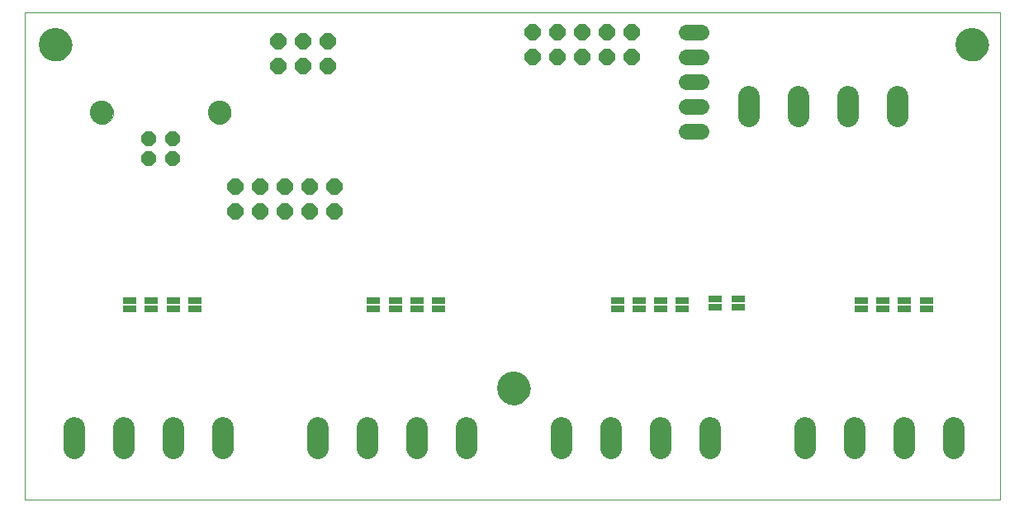
<source format=gbs>
G75*
G70*
%OFA0B0*%
%FSLAX24Y24*%
%IPPOS*%
%LPD*%
%AMOC8*
5,1,8,0,0,1.08239X$1,22.5*
%
%ADD10C,0.0000*%
%ADD11C,0.1340*%
%ADD12R,0.0540X0.0290*%
%ADD13C,0.0865*%
%ADD14OC8,0.0601*%
%ADD15C,0.0946*%
%ADD16C,0.0640*%
%ADD17OC8,0.0640*%
D10*
X002640Y008640D02*
X002640Y028325D01*
X042010Y028325D01*
X042010Y008640D01*
X002640Y008640D01*
X021740Y013140D02*
X021742Y013190D01*
X021748Y013240D01*
X021758Y013290D01*
X021771Y013338D01*
X021788Y013386D01*
X021809Y013432D01*
X021833Y013476D01*
X021861Y013518D01*
X021892Y013558D01*
X021926Y013595D01*
X021963Y013630D01*
X022002Y013661D01*
X022043Y013690D01*
X022087Y013715D01*
X022133Y013737D01*
X022180Y013755D01*
X022228Y013769D01*
X022277Y013780D01*
X022327Y013787D01*
X022377Y013790D01*
X022428Y013789D01*
X022478Y013784D01*
X022528Y013775D01*
X022576Y013763D01*
X022624Y013746D01*
X022670Y013726D01*
X022715Y013703D01*
X022758Y013676D01*
X022798Y013646D01*
X022836Y013613D01*
X022871Y013577D01*
X022904Y013538D01*
X022933Y013497D01*
X022959Y013454D01*
X022982Y013409D01*
X023001Y013362D01*
X023016Y013314D01*
X023028Y013265D01*
X023036Y013215D01*
X023040Y013165D01*
X023040Y013115D01*
X023036Y013065D01*
X023028Y013015D01*
X023016Y012966D01*
X023001Y012918D01*
X022982Y012871D01*
X022959Y012826D01*
X022933Y012783D01*
X022904Y012742D01*
X022871Y012703D01*
X022836Y012667D01*
X022798Y012634D01*
X022758Y012604D01*
X022715Y012577D01*
X022670Y012554D01*
X022624Y012534D01*
X022576Y012517D01*
X022528Y012505D01*
X022478Y012496D01*
X022428Y012491D01*
X022377Y012490D01*
X022327Y012493D01*
X022277Y012500D01*
X022228Y012511D01*
X022180Y012525D01*
X022133Y012543D01*
X022087Y012565D01*
X022043Y012590D01*
X022002Y012619D01*
X021963Y012650D01*
X021926Y012685D01*
X021892Y012722D01*
X021861Y012762D01*
X021833Y012804D01*
X021809Y012848D01*
X021788Y012894D01*
X021771Y012942D01*
X021758Y012990D01*
X021748Y013040D01*
X021742Y013090D01*
X021740Y013140D01*
X010057Y024265D02*
X010059Y024307D01*
X010065Y024349D01*
X010075Y024391D01*
X010088Y024431D01*
X010106Y024470D01*
X010127Y024507D01*
X010151Y024541D01*
X010179Y024574D01*
X010209Y024604D01*
X010242Y024630D01*
X010277Y024654D01*
X010315Y024674D01*
X010354Y024690D01*
X010394Y024703D01*
X010436Y024712D01*
X010478Y024717D01*
X010521Y024718D01*
X010563Y024715D01*
X010605Y024708D01*
X010646Y024697D01*
X010686Y024682D01*
X010724Y024664D01*
X010761Y024642D01*
X010795Y024617D01*
X010827Y024589D01*
X010855Y024558D01*
X010881Y024524D01*
X010904Y024488D01*
X010923Y024451D01*
X010939Y024411D01*
X010951Y024370D01*
X010959Y024329D01*
X010963Y024286D01*
X010963Y024244D01*
X010959Y024201D01*
X010951Y024160D01*
X010939Y024119D01*
X010923Y024079D01*
X010904Y024042D01*
X010881Y024006D01*
X010855Y023972D01*
X010827Y023941D01*
X010795Y023913D01*
X010761Y023888D01*
X010724Y023866D01*
X010686Y023848D01*
X010646Y023833D01*
X010605Y023822D01*
X010563Y023815D01*
X010521Y023812D01*
X010478Y023813D01*
X010436Y023818D01*
X010394Y023827D01*
X010354Y023840D01*
X010315Y023856D01*
X010277Y023876D01*
X010242Y023900D01*
X010209Y023926D01*
X010179Y023956D01*
X010151Y023989D01*
X010127Y024023D01*
X010106Y024060D01*
X010088Y024099D01*
X010075Y024139D01*
X010065Y024181D01*
X010059Y024223D01*
X010057Y024265D01*
X005317Y024265D02*
X005319Y024307D01*
X005325Y024349D01*
X005335Y024391D01*
X005348Y024431D01*
X005366Y024470D01*
X005387Y024507D01*
X005411Y024541D01*
X005439Y024574D01*
X005469Y024604D01*
X005502Y024630D01*
X005537Y024654D01*
X005575Y024674D01*
X005614Y024690D01*
X005654Y024703D01*
X005696Y024712D01*
X005738Y024717D01*
X005781Y024718D01*
X005823Y024715D01*
X005865Y024708D01*
X005906Y024697D01*
X005946Y024682D01*
X005984Y024664D01*
X006021Y024642D01*
X006055Y024617D01*
X006087Y024589D01*
X006115Y024558D01*
X006141Y024524D01*
X006164Y024488D01*
X006183Y024451D01*
X006199Y024411D01*
X006211Y024370D01*
X006219Y024329D01*
X006223Y024286D01*
X006223Y024244D01*
X006219Y024201D01*
X006211Y024160D01*
X006199Y024119D01*
X006183Y024079D01*
X006164Y024042D01*
X006141Y024006D01*
X006115Y023972D01*
X006087Y023941D01*
X006055Y023913D01*
X006021Y023888D01*
X005984Y023866D01*
X005946Y023848D01*
X005906Y023833D01*
X005865Y023822D01*
X005823Y023815D01*
X005781Y023812D01*
X005738Y023813D01*
X005696Y023818D01*
X005654Y023827D01*
X005614Y023840D01*
X005575Y023856D01*
X005537Y023876D01*
X005502Y023900D01*
X005469Y023926D01*
X005439Y023956D01*
X005411Y023989D01*
X005387Y024023D01*
X005366Y024060D01*
X005348Y024099D01*
X005335Y024139D01*
X005325Y024181D01*
X005319Y024223D01*
X005317Y024265D01*
X003240Y027015D02*
X003242Y027065D01*
X003248Y027115D01*
X003258Y027165D01*
X003271Y027213D01*
X003288Y027261D01*
X003309Y027307D01*
X003333Y027351D01*
X003361Y027393D01*
X003392Y027433D01*
X003426Y027470D01*
X003463Y027505D01*
X003502Y027536D01*
X003543Y027565D01*
X003587Y027590D01*
X003633Y027612D01*
X003680Y027630D01*
X003728Y027644D01*
X003777Y027655D01*
X003827Y027662D01*
X003877Y027665D01*
X003928Y027664D01*
X003978Y027659D01*
X004028Y027650D01*
X004076Y027638D01*
X004124Y027621D01*
X004170Y027601D01*
X004215Y027578D01*
X004258Y027551D01*
X004298Y027521D01*
X004336Y027488D01*
X004371Y027452D01*
X004404Y027413D01*
X004433Y027372D01*
X004459Y027329D01*
X004482Y027284D01*
X004501Y027237D01*
X004516Y027189D01*
X004528Y027140D01*
X004536Y027090D01*
X004540Y027040D01*
X004540Y026990D01*
X004536Y026940D01*
X004528Y026890D01*
X004516Y026841D01*
X004501Y026793D01*
X004482Y026746D01*
X004459Y026701D01*
X004433Y026658D01*
X004404Y026617D01*
X004371Y026578D01*
X004336Y026542D01*
X004298Y026509D01*
X004258Y026479D01*
X004215Y026452D01*
X004170Y026429D01*
X004124Y026409D01*
X004076Y026392D01*
X004028Y026380D01*
X003978Y026371D01*
X003928Y026366D01*
X003877Y026365D01*
X003827Y026368D01*
X003777Y026375D01*
X003728Y026386D01*
X003680Y026400D01*
X003633Y026418D01*
X003587Y026440D01*
X003543Y026465D01*
X003502Y026494D01*
X003463Y026525D01*
X003426Y026560D01*
X003392Y026597D01*
X003361Y026637D01*
X003333Y026679D01*
X003309Y026723D01*
X003288Y026769D01*
X003271Y026817D01*
X003258Y026865D01*
X003248Y026915D01*
X003242Y026965D01*
X003240Y027015D01*
X040240Y027015D02*
X040242Y027065D01*
X040248Y027115D01*
X040258Y027165D01*
X040271Y027213D01*
X040288Y027261D01*
X040309Y027307D01*
X040333Y027351D01*
X040361Y027393D01*
X040392Y027433D01*
X040426Y027470D01*
X040463Y027505D01*
X040502Y027536D01*
X040543Y027565D01*
X040587Y027590D01*
X040633Y027612D01*
X040680Y027630D01*
X040728Y027644D01*
X040777Y027655D01*
X040827Y027662D01*
X040877Y027665D01*
X040928Y027664D01*
X040978Y027659D01*
X041028Y027650D01*
X041076Y027638D01*
X041124Y027621D01*
X041170Y027601D01*
X041215Y027578D01*
X041258Y027551D01*
X041298Y027521D01*
X041336Y027488D01*
X041371Y027452D01*
X041404Y027413D01*
X041433Y027372D01*
X041459Y027329D01*
X041482Y027284D01*
X041501Y027237D01*
X041516Y027189D01*
X041528Y027140D01*
X041536Y027090D01*
X041540Y027040D01*
X041540Y026990D01*
X041536Y026940D01*
X041528Y026890D01*
X041516Y026841D01*
X041501Y026793D01*
X041482Y026746D01*
X041459Y026701D01*
X041433Y026658D01*
X041404Y026617D01*
X041371Y026578D01*
X041336Y026542D01*
X041298Y026509D01*
X041258Y026479D01*
X041215Y026452D01*
X041170Y026429D01*
X041124Y026409D01*
X041076Y026392D01*
X041028Y026380D01*
X040978Y026371D01*
X040928Y026366D01*
X040877Y026365D01*
X040827Y026368D01*
X040777Y026375D01*
X040728Y026386D01*
X040680Y026400D01*
X040633Y026418D01*
X040587Y026440D01*
X040543Y026465D01*
X040502Y026494D01*
X040463Y026525D01*
X040426Y026560D01*
X040392Y026597D01*
X040361Y026637D01*
X040333Y026679D01*
X040309Y026723D01*
X040288Y026769D01*
X040271Y026817D01*
X040258Y026865D01*
X040248Y026915D01*
X040242Y026965D01*
X040240Y027015D01*
D11*
X040890Y027015D03*
X022390Y013140D03*
X003890Y027015D03*
D12*
X006890Y016692D03*
X006890Y016338D03*
X007765Y016338D03*
X007765Y016692D03*
X008640Y016692D03*
X008640Y016338D03*
X009515Y016338D03*
X009515Y016692D03*
X016733Y016692D03*
X016733Y016338D03*
X017608Y016338D03*
X017608Y016692D03*
X018483Y016692D03*
X018483Y016338D03*
X019358Y016338D03*
X019358Y016692D03*
X026575Y016692D03*
X026575Y016338D03*
X027450Y016338D03*
X027450Y016692D03*
X028325Y016692D03*
X028325Y016338D03*
X029200Y016338D03*
X029200Y016692D03*
X030510Y016757D03*
X030510Y016403D03*
X031455Y016403D03*
X031455Y016757D03*
X036418Y016692D03*
X036418Y016338D03*
X037293Y016338D03*
X037293Y016692D03*
X038168Y016692D03*
X038168Y016338D03*
X039043Y016338D03*
X039043Y016692D03*
D13*
X038168Y011553D02*
X038168Y010728D01*
X036168Y010728D02*
X036168Y011553D01*
X034168Y011553D02*
X034168Y010728D01*
X030325Y010728D02*
X030325Y011553D01*
X028325Y011553D02*
X028325Y010728D01*
X026325Y010728D02*
X026325Y011553D01*
X024325Y011553D02*
X024325Y010728D01*
X020483Y010728D02*
X020483Y011553D01*
X018483Y011553D02*
X018483Y010728D01*
X016483Y010728D02*
X016483Y011553D01*
X014483Y011553D02*
X014483Y010728D01*
X010640Y010728D02*
X010640Y011553D01*
X008640Y011553D02*
X008640Y010728D01*
X006640Y010728D02*
X006640Y011553D01*
X004640Y011553D02*
X004640Y010728D01*
X031890Y024103D02*
X031890Y024928D01*
X033890Y024928D02*
X033890Y024103D01*
X035890Y024103D02*
X035890Y024928D01*
X037890Y024928D02*
X037890Y024103D01*
X040168Y011553D02*
X040168Y010728D01*
D14*
X008632Y022411D03*
X007648Y022411D03*
X007648Y023198D03*
X008632Y023198D03*
D15*
X010510Y024265D03*
X005770Y024265D03*
D16*
X029340Y024515D02*
X029940Y024515D01*
X029940Y023515D02*
X029340Y023515D01*
X029340Y025515D02*
X029940Y025515D01*
X029940Y026515D02*
X029340Y026515D01*
X029340Y027515D02*
X029940Y027515D01*
D17*
X027140Y027515D03*
X026140Y027515D03*
X025140Y027515D03*
X024140Y027515D03*
X023140Y027515D03*
X023140Y026515D03*
X024140Y026515D03*
X025140Y026515D03*
X026140Y026515D03*
X027140Y026515D03*
X014890Y026140D03*
X013890Y026140D03*
X012890Y026140D03*
X012890Y027140D03*
X013890Y027140D03*
X014890Y027140D03*
X015140Y021265D03*
X014140Y021265D03*
X013140Y021265D03*
X012140Y021265D03*
X011140Y021265D03*
X011140Y020265D03*
X012140Y020265D03*
X013140Y020265D03*
X014140Y020265D03*
X015140Y020265D03*
M02*

</source>
